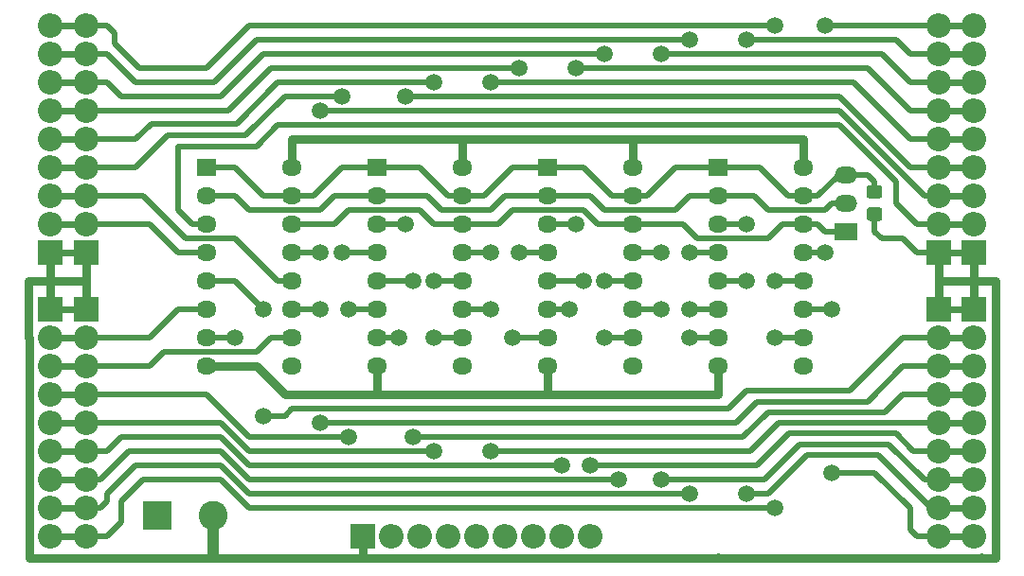
<source format=gbr>
%TF.GenerationSoftware,KiCad,Pcbnew,(5.1.8)-1*%
%TF.CreationDate,2022-10-09T15:02:05+03:00*%
%TF.ProjectId,MUX4x1,4d555834-7831-42e6-9b69-6361645f7063,rev?*%
%TF.SameCoordinates,Original*%
%TF.FileFunction,Copper,L2,Bot*%
%TF.FilePolarity,Positive*%
%FSLAX46Y46*%
G04 Gerber Fmt 4.6, Leading zero omitted, Abs format (unit mm)*
G04 Created by KiCad (PCBNEW (5.1.8)-1) date 2022-10-09 15:02:05*
%MOMM*%
%LPD*%
G01*
G04 APERTURE LIST*
%TA.AperFunction,ComponentPad*%
%ADD10O,2.200000X2.200000*%
%TD*%
%TA.AperFunction,ComponentPad*%
%ADD11R,2.200000X2.200000*%
%TD*%
%TA.AperFunction,ComponentPad*%
%ADD12O,1.800000X1.500000*%
%TD*%
%TA.AperFunction,ComponentPad*%
%ADD13R,1.800000X1.500000*%
%TD*%
%TA.AperFunction,ComponentPad*%
%ADD14O,2.000000X1.500000*%
%TD*%
%TA.AperFunction,ComponentPad*%
%ADD15R,2.000000X1.500000*%
%TD*%
%TA.AperFunction,ComponentPad*%
%ADD16R,2.600000X2.600000*%
%TD*%
%TA.AperFunction,ComponentPad*%
%ADD17C,2.600000*%
%TD*%
%TA.AperFunction,ViaPad*%
%ADD18C,1.500000*%
%TD*%
%TA.AperFunction,Conductor*%
%ADD19C,0.800000*%
%TD*%
%TA.AperFunction,Conductor*%
%ADD20C,0.500000*%
%TD*%
%TA.AperFunction,Conductor*%
%ADD21C,0.600000*%
%TD*%
%TA.AperFunction,Conductor*%
%ADD22C,1.000000*%
%TD*%
G04 APERTURE END LIST*
D10*
%TO.P,J11,9*%
%TO.N,/D7*%
X156210000Y-60960000D03*
%TO.P,J11,8*%
%TO.N,/D6*%
X156210000Y-63500000D03*
%TO.P,J11,7*%
%TO.N,/D5*%
X156210000Y-66040000D03*
%TO.P,J11,6*%
%TO.N,/D4*%
X156210000Y-68580000D03*
%TO.P,J11,5*%
%TO.N,/D3*%
X156210000Y-71120000D03*
%TO.P,J11,4*%
%TO.N,/D2*%
X156210000Y-73660000D03*
%TO.P,J11,3*%
%TO.N,/D1*%
X156210000Y-76200000D03*
%TO.P,J11,2*%
%TO.N,/D0*%
X156210000Y-78740000D03*
D11*
%TO.P,J11,1*%
%TO.N,GND*%
X156210000Y-81280000D03*
%TD*%
D10*
%TO.P,J10,9*%
%TO.N,/C7*%
X73660000Y-60960000D03*
%TO.P,J10,8*%
%TO.N,/C6*%
X73660000Y-63500000D03*
%TO.P,J10,7*%
%TO.N,/C5*%
X73660000Y-66040000D03*
%TO.P,J10,6*%
%TO.N,/C4*%
X73660000Y-68580000D03*
%TO.P,J10,5*%
%TO.N,/C3*%
X73660000Y-71120000D03*
%TO.P,J10,4*%
%TO.N,/C2*%
X73660000Y-73660000D03*
%TO.P,J10,3*%
%TO.N,/C1*%
X73660000Y-76200000D03*
%TO.P,J10,2*%
%TO.N,/C0*%
X73660000Y-78740000D03*
D11*
%TO.P,J10,1*%
%TO.N,GND*%
X73660000Y-81280000D03*
%TD*%
D10*
%TO.P,J9,9*%
%TO.N,/B7*%
X156210000Y-106680000D03*
%TO.P,J9,8*%
%TO.N,/B6*%
X156210000Y-104140000D03*
%TO.P,J9,7*%
%TO.N,/B5*%
X156210000Y-101600000D03*
%TO.P,J9,6*%
%TO.N,/B4*%
X156210000Y-99060000D03*
%TO.P,J9,5*%
%TO.N,/B3*%
X156210000Y-96520000D03*
%TO.P,J9,4*%
%TO.N,/B2*%
X156210000Y-93980000D03*
%TO.P,J9,3*%
%TO.N,/B1*%
X156210000Y-91440000D03*
%TO.P,J9,2*%
%TO.N,/B0*%
X156210000Y-88900000D03*
D11*
%TO.P,J9,1*%
%TO.N,GND*%
X156210000Y-86360000D03*
%TD*%
D10*
%TO.P,J8,9*%
%TO.N,/A7*%
X73660000Y-106680000D03*
%TO.P,J8,8*%
%TO.N,/A6*%
X73660000Y-104140000D03*
%TO.P,J8,7*%
%TO.N,/A5*%
X73660000Y-101600000D03*
%TO.P,J8,6*%
%TO.N,/A4*%
X73660000Y-99060000D03*
%TO.P,J8,5*%
%TO.N,/A3*%
X73660000Y-96520000D03*
%TO.P,J8,4*%
%TO.N,/A2*%
X73660000Y-93980000D03*
%TO.P,J8,3*%
%TO.N,/A1*%
X73660000Y-91440000D03*
%TO.P,J8,2*%
%TO.N,/A0*%
X73660000Y-88900000D03*
D11*
%TO.P,J8,1*%
%TO.N,GND*%
X73660000Y-86360000D03*
%TD*%
D12*
%TO.P,U2,16*%
%TO.N,VCC*%
X110490000Y-73660000D03*
%TO.P,U2,8*%
%TO.N,GND*%
X102870000Y-91440000D03*
%TO.P,U2,15*%
%TO.N,/~E*%
X110490000Y-76200000D03*
%TO.P,U2,7*%
%TO.N,/O2*%
X102870000Y-88900000D03*
%TO.P,U2,14*%
%TO.N,/S0*%
X110490000Y-78740000D03*
%TO.P,U2,6*%
%TO.N,/A2*%
X102870000Y-86360000D03*
%TO.P,U2,13*%
%TO.N,/D3*%
X110490000Y-81280000D03*
%TO.P,U2,5*%
%TO.N,/B2*%
X102870000Y-83820000D03*
%TO.P,U2,12*%
%TO.N,/C3*%
X110490000Y-83820000D03*
%TO.P,U2,4*%
%TO.N,/C2*%
X102870000Y-81280000D03*
%TO.P,U2,11*%
%TO.N,/B3*%
X110490000Y-86360000D03*
%TO.P,U2,3*%
%TO.N,/D2*%
X102870000Y-78740000D03*
%TO.P,U2,10*%
%TO.N,/A3*%
X110490000Y-88900000D03*
%TO.P,U2,2*%
%TO.N,/S1*%
X102870000Y-76200000D03*
%TO.P,U2,9*%
%TO.N,/O3*%
X110490000Y-91440000D03*
D13*
%TO.P,U2,1*%
%TO.N,/~E*%
X102870000Y-73660000D03*
%TD*%
%TO.P,R1,2*%
%TO.N,GND*%
%TA.AperFunction,SMDPad,CuDef*%
G36*
G01*
X146869999Y-77235000D02*
X147770001Y-77235000D01*
G75*
G02*
X148020000Y-77484999I0J-249999D01*
G01*
X148020000Y-78185001D01*
G75*
G02*
X147770001Y-78435000I-249999J0D01*
G01*
X146869999Y-78435000D01*
G75*
G02*
X146620000Y-78185001I0J249999D01*
G01*
X146620000Y-77484999D01*
G75*
G02*
X146869999Y-77235000I249999J0D01*
G01*
G37*
%TD.AperFunction*%
%TO.P,R1,1*%
%TO.N,/~E*%
%TA.AperFunction,SMDPad,CuDef*%
G36*
G01*
X146869999Y-75235000D02*
X147770001Y-75235000D01*
G75*
G02*
X148020000Y-75484999I0J-249999D01*
G01*
X148020000Y-76185001D01*
G75*
G02*
X147770001Y-76435000I-249999J0D01*
G01*
X146869999Y-76435000D01*
G75*
G02*
X146620000Y-76185001I0J249999D01*
G01*
X146620000Y-75484999D01*
G75*
G02*
X146869999Y-75235000I249999J0D01*
G01*
G37*
%TD.AperFunction*%
%TD*%
D14*
%TO.P,J7,3*%
%TO.N,/~E*%
X144780000Y-74295000D03*
%TO.P,J7,2*%
%TO.N,/S1*%
X144780000Y-76835000D03*
D15*
%TO.P,J7,1*%
%TO.N,/S0*%
X144780000Y-79375000D03*
%TD*%
D16*
%TO.P,J1,1*%
%TO.N,VCC*%
X83185000Y-104775000D03*
D17*
%TO.P,J1,2*%
%TO.N,GND*%
X88185000Y-104775000D03*
%TD*%
D11*
%TO.P,J2,1*%
%TO.N,GND*%
X76835000Y-86360000D03*
D10*
%TO.P,J2,2*%
%TO.N,/A0*%
X76835000Y-88900000D03*
%TO.P,J2,3*%
%TO.N,/A1*%
X76835000Y-91440000D03*
%TO.P,J2,4*%
%TO.N,/A2*%
X76835000Y-93980000D03*
%TO.P,J2,5*%
%TO.N,/A3*%
X76835000Y-96520000D03*
%TO.P,J2,6*%
%TO.N,/A4*%
X76835000Y-99060000D03*
%TO.P,J2,7*%
%TO.N,/A5*%
X76835000Y-101600000D03*
%TO.P,J2,8*%
%TO.N,/A6*%
X76835000Y-104140000D03*
%TO.P,J2,9*%
%TO.N,/A7*%
X76835000Y-106680000D03*
%TD*%
%TO.P,J3,9*%
%TO.N,/B7*%
X153035000Y-106680000D03*
%TO.P,J3,8*%
%TO.N,/B6*%
X153035000Y-104140000D03*
%TO.P,J3,7*%
%TO.N,/B5*%
X153035000Y-101600000D03*
%TO.P,J3,6*%
%TO.N,/B4*%
X153035000Y-99060000D03*
%TO.P,J3,5*%
%TO.N,/B3*%
X153035000Y-96520000D03*
%TO.P,J3,4*%
%TO.N,/B2*%
X153035000Y-93980000D03*
%TO.P,J3,3*%
%TO.N,/B1*%
X153035000Y-91440000D03*
%TO.P,J3,2*%
%TO.N,/B0*%
X153035000Y-88900000D03*
D11*
%TO.P,J3,1*%
%TO.N,GND*%
X153035000Y-86360000D03*
%TD*%
%TO.P,J4,1*%
%TO.N,GND*%
X76835000Y-81280000D03*
D10*
%TO.P,J4,2*%
%TO.N,/C0*%
X76835000Y-78740000D03*
%TO.P,J4,3*%
%TO.N,/C1*%
X76835000Y-76200000D03*
%TO.P,J4,4*%
%TO.N,/C2*%
X76835000Y-73660000D03*
%TO.P,J4,5*%
%TO.N,/C3*%
X76835000Y-71120000D03*
%TO.P,J4,6*%
%TO.N,/C4*%
X76835000Y-68580000D03*
%TO.P,J4,7*%
%TO.N,/C5*%
X76835000Y-66040000D03*
%TO.P,J4,8*%
%TO.N,/C6*%
X76835000Y-63500000D03*
%TO.P,J4,9*%
%TO.N,/C7*%
X76835000Y-60960000D03*
%TD*%
%TO.P,J5,9*%
%TO.N,/D7*%
X153035000Y-60960000D03*
%TO.P,J5,8*%
%TO.N,/D6*%
X153035000Y-63500000D03*
%TO.P,J5,7*%
%TO.N,/D5*%
X153035000Y-66040000D03*
%TO.P,J5,6*%
%TO.N,/D4*%
X153035000Y-68580000D03*
%TO.P,J5,5*%
%TO.N,/D3*%
X153035000Y-71120000D03*
%TO.P,J5,4*%
%TO.N,/D2*%
X153035000Y-73660000D03*
%TO.P,J5,3*%
%TO.N,/D1*%
X153035000Y-76200000D03*
%TO.P,J5,2*%
%TO.N,/D0*%
X153035000Y-78740000D03*
D11*
%TO.P,J5,1*%
%TO.N,GND*%
X153035000Y-81280000D03*
%TD*%
%TO.P,J6,1*%
%TO.N,GND*%
X101600000Y-106680000D03*
D10*
%TO.P,J6,2*%
%TO.N,/O0*%
X104140000Y-106680000D03*
%TO.P,J6,3*%
%TO.N,/O1*%
X106680000Y-106680000D03*
%TO.P,J6,4*%
%TO.N,/O2*%
X109220000Y-106680000D03*
%TO.P,J6,5*%
%TO.N,/O3*%
X111760000Y-106680000D03*
%TO.P,J6,6*%
%TO.N,/O4*%
X114300000Y-106680000D03*
%TO.P,J6,7*%
%TO.N,/O5*%
X116840000Y-106680000D03*
%TO.P,J6,8*%
%TO.N,/O6*%
X119380000Y-106680000D03*
%TO.P,J6,9*%
%TO.N,/O7*%
X121920000Y-106680000D03*
%TD*%
D13*
%TO.P,U1,1*%
%TO.N,/~E*%
X87630000Y-73660000D03*
D12*
%TO.P,U1,9*%
%TO.N,/O1*%
X95250000Y-91440000D03*
%TO.P,U1,2*%
%TO.N,/S1*%
X87630000Y-76200000D03*
%TO.P,U1,10*%
%TO.N,/A1*%
X95250000Y-88900000D03*
%TO.P,U1,3*%
%TO.N,/D0*%
X87630000Y-78740000D03*
%TO.P,U1,11*%
%TO.N,/B1*%
X95250000Y-86360000D03*
%TO.P,U1,4*%
%TO.N,/C0*%
X87630000Y-81280000D03*
%TO.P,U1,12*%
%TO.N,/C1*%
X95250000Y-83820000D03*
%TO.P,U1,5*%
%TO.N,/B0*%
X87630000Y-83820000D03*
%TO.P,U1,13*%
%TO.N,/D1*%
X95250000Y-81280000D03*
%TO.P,U1,6*%
%TO.N,/A0*%
X87630000Y-86360000D03*
%TO.P,U1,14*%
%TO.N,/S0*%
X95250000Y-78740000D03*
%TO.P,U1,7*%
%TO.N,/O0*%
X87630000Y-88900000D03*
%TO.P,U1,15*%
%TO.N,/~E*%
X95250000Y-76200000D03*
%TO.P,U1,8*%
%TO.N,GND*%
X87630000Y-91440000D03*
%TO.P,U1,16*%
%TO.N,VCC*%
X95250000Y-73660000D03*
%TD*%
D13*
%TO.P,U3,1*%
%TO.N,/~E*%
X118110000Y-73660000D03*
D12*
%TO.P,U3,9*%
%TO.N,/O5*%
X125730000Y-91440000D03*
%TO.P,U3,2*%
%TO.N,/S1*%
X118110000Y-76200000D03*
%TO.P,U3,10*%
%TO.N,/A5*%
X125730000Y-88900000D03*
%TO.P,U3,3*%
%TO.N,/D4*%
X118110000Y-78740000D03*
%TO.P,U3,11*%
%TO.N,/B5*%
X125730000Y-86360000D03*
%TO.P,U3,4*%
%TO.N,/C4*%
X118110000Y-81280000D03*
%TO.P,U3,12*%
%TO.N,/C5*%
X125730000Y-83820000D03*
%TO.P,U3,5*%
%TO.N,/B4*%
X118110000Y-83820000D03*
%TO.P,U3,13*%
%TO.N,/D5*%
X125730000Y-81280000D03*
%TO.P,U3,6*%
%TO.N,/A4*%
X118110000Y-86360000D03*
%TO.P,U3,14*%
%TO.N,/S0*%
X125730000Y-78740000D03*
%TO.P,U3,7*%
%TO.N,/O4*%
X118110000Y-88900000D03*
%TO.P,U3,15*%
%TO.N,/~E*%
X125730000Y-76200000D03*
%TO.P,U3,8*%
%TO.N,GND*%
X118110000Y-91440000D03*
%TO.P,U3,16*%
%TO.N,VCC*%
X125730000Y-73660000D03*
%TD*%
%TO.P,U4,16*%
%TO.N,VCC*%
X140970000Y-73660000D03*
%TO.P,U4,8*%
%TO.N,GND*%
X133350000Y-91440000D03*
%TO.P,U4,15*%
%TO.N,/~E*%
X140970000Y-76200000D03*
%TO.P,U4,7*%
%TO.N,/O6*%
X133350000Y-88900000D03*
%TO.P,U4,14*%
%TO.N,/S0*%
X140970000Y-78740000D03*
%TO.P,U4,6*%
%TO.N,/A6*%
X133350000Y-86360000D03*
%TO.P,U4,13*%
%TO.N,/D7*%
X140970000Y-81280000D03*
%TO.P,U4,5*%
%TO.N,/B6*%
X133350000Y-83820000D03*
%TO.P,U4,12*%
%TO.N,/C7*%
X140970000Y-83820000D03*
%TO.P,U4,4*%
%TO.N,/C6*%
X133350000Y-81280000D03*
%TO.P,U4,11*%
%TO.N,/B7*%
X140970000Y-86360000D03*
%TO.P,U4,3*%
%TO.N,/D6*%
X133350000Y-78740000D03*
%TO.P,U4,10*%
%TO.N,/A7*%
X140970000Y-88900000D03*
%TO.P,U4,2*%
%TO.N,/S1*%
X133350000Y-76200000D03*
%TO.P,U4,9*%
%TO.N,/O7*%
X140970000Y-91440000D03*
D13*
%TO.P,U4,1*%
%TO.N,/~E*%
X133350000Y-73660000D03*
%TD*%
D18*
%TO.N,/A2*%
X100330000Y-97790000D03*
X100330000Y-86360000D03*
%TO.N,/A3*%
X107950000Y-99060000D03*
X107950000Y-88900000D03*
%TO.N,/A4*%
X119380000Y-100330000D03*
X120015000Y-86360000D03*
%TO.N,/A5*%
X124460000Y-101600000D03*
X123190000Y-88900000D03*
%TO.N,/A6*%
X130810000Y-102870000D03*
X130810000Y-86360000D03*
%TO.N,/A7*%
X138430000Y-104140000D03*
X138430000Y-88900000D03*
%TO.N,/B7*%
X143510000Y-100965000D03*
X143510000Y-86360000D03*
%TO.N,/B6*%
X135890000Y-102870000D03*
X135890000Y-83820000D03*
%TO.N,/B5*%
X128270000Y-101600000D03*
X128270000Y-86360000D03*
%TO.N,/B4*%
X121920000Y-100330000D03*
X121285000Y-83820000D03*
%TO.N,/B3*%
X113030000Y-99060000D03*
X113030000Y-86360000D03*
%TO.N,/B2*%
X106045000Y-97790000D03*
X106045000Y-83820000D03*
%TO.N,/B1*%
X97790000Y-96520000D03*
X97790000Y-86360000D03*
%TO.N,/B0*%
X92710000Y-95885000D03*
X92710000Y-86360000D03*
%TO.N,/C2*%
X99695000Y-67310000D03*
X99695000Y-81280000D03*
%TO.N,/C3*%
X107950000Y-66040000D03*
X107950000Y-83820000D03*
%TO.N,/C4*%
X115570000Y-64770000D03*
X115570000Y-81280000D03*
%TO.N,/C5*%
X123190000Y-63500000D03*
X123190000Y-83820000D03*
%TO.N,/C6*%
X130810000Y-62230000D03*
X130810000Y-81280000D03*
%TO.N,/C7*%
X138430000Y-60960000D03*
X138430000Y-83820000D03*
%TO.N,/D7*%
X142875000Y-60960000D03*
X142875000Y-81280000D03*
%TO.N,/D6*%
X135890000Y-62230000D03*
X135890000Y-78740000D03*
%TO.N,/D5*%
X128270000Y-63500000D03*
X128270000Y-81280000D03*
%TO.N,/D4*%
X120650000Y-64770000D03*
X120650000Y-78740000D03*
%TO.N,/D3*%
X113030000Y-66040000D03*
X113030000Y-81280000D03*
%TO.N,/D2*%
X105410000Y-67310000D03*
X105410000Y-78740000D03*
%TO.N,/D1*%
X97790000Y-68580000D03*
X97790000Y-81280000D03*
%TO.N,/O0*%
X90170000Y-88900000D03*
%TO.N,/O2*%
X104775000Y-88900000D03*
%TO.N,/O4*%
X114935000Y-88900000D03*
%TO.N,/O6*%
X130810000Y-88900000D03*
%TD*%
D19*
%TO.N,VCC*%
X110490000Y-71120000D02*
X110490000Y-73660000D01*
X95250000Y-73660000D02*
X95250000Y-71120000D01*
X95250000Y-71120000D02*
X110490000Y-71120000D01*
X125730000Y-71120000D02*
X125730000Y-73660000D01*
X125730000Y-71120000D02*
X140970000Y-71120000D01*
X140970000Y-71120000D02*
X140970000Y-73660000D01*
X110490000Y-71120000D02*
X116840000Y-71120000D01*
X116840000Y-71120000D02*
X125730000Y-71120000D01*
%TO.N,GND*%
X76835000Y-83820000D02*
X76835000Y-86360000D01*
X76835000Y-81280000D02*
X76835000Y-83820000D01*
X153035000Y-83820000D02*
X153035000Y-86360000D01*
X156835000Y-108575000D02*
X156845000Y-108565000D01*
X153035000Y-81280000D02*
X153035000Y-83820000D01*
X133350000Y-108565000D02*
X133340000Y-108575000D01*
X133340000Y-108575000D02*
X156835000Y-108575000D01*
X130165000Y-108575000D02*
X133340000Y-108575000D01*
X105400000Y-108575000D02*
X130165000Y-108575000D01*
X133350000Y-91440000D02*
X133350000Y-93980000D01*
X102870000Y-91440000D02*
X102870000Y-93980000D01*
X118110000Y-91440000D02*
X118110000Y-93980000D01*
X118110000Y-93980000D02*
X133350000Y-93980000D01*
X102870000Y-93980000D02*
X118110000Y-93980000D01*
D20*
X105410000Y-108565000D02*
X105400000Y-108575000D01*
D19*
X101600000Y-106680000D02*
X101600000Y-108565000D01*
D20*
X147320000Y-77835000D02*
X147320000Y-79375000D01*
D21*
X153035000Y-81280000D02*
X156210000Y-81280000D01*
X153035000Y-86360000D02*
X156210000Y-86360000D01*
X73660000Y-86360000D02*
X76835000Y-86360000D01*
X73660000Y-81280000D02*
X76835000Y-81280000D01*
D19*
X153035000Y-83820000D02*
X156210000Y-83820000D01*
X156210000Y-83820000D02*
X156210000Y-86360000D01*
X156210000Y-81280000D02*
X156210000Y-83820000D01*
X156845000Y-108585000D02*
X156835000Y-108575000D01*
X158115000Y-108585000D02*
X156845000Y-108585000D01*
X158115000Y-83820000D02*
X158115000Y-108585000D01*
X156210000Y-83820000D02*
X158115000Y-83820000D01*
X73660000Y-81280000D02*
X73660000Y-86360000D01*
X102880000Y-108575000D02*
X105400000Y-108575000D01*
X73015000Y-108575000D02*
X102880000Y-108575000D01*
X72995010Y-108594990D02*
X73015000Y-108575000D01*
X71755000Y-108594990D02*
X72995010Y-108594990D01*
X71755000Y-88900000D02*
X71755000Y-108594990D01*
X71745010Y-88890010D02*
X71755000Y-88900000D01*
X71745010Y-83820000D02*
X71745010Y-88890010D01*
X76835000Y-83820000D02*
X71745010Y-83820000D01*
D20*
X147955000Y-80010000D02*
X149860000Y-80010000D01*
X149860000Y-80010000D02*
X151130000Y-81280000D01*
X151130000Y-81280000D02*
X153670000Y-81280000D01*
X147320000Y-79375000D02*
X147955000Y-80010000D01*
D22*
X88185000Y-108424990D02*
X88255000Y-108494990D01*
X88185000Y-104775000D02*
X88185000Y-108424990D01*
D19*
X94615000Y-93980000D02*
X102870000Y-93980000D01*
X92075000Y-91440000D02*
X94615000Y-93980000D01*
X87630000Y-91440000D02*
X92075000Y-91440000D01*
D20*
%TO.N,/A0*%
X85090000Y-86360000D02*
X87630000Y-86360000D01*
X82550000Y-88900000D02*
X85090000Y-86360000D01*
X76200000Y-88900000D02*
X82550000Y-88900000D01*
D21*
X73660000Y-88900000D02*
X76835000Y-88900000D01*
%TO.N,/A1*%
X73660000Y-91440000D02*
X76835000Y-91440000D01*
D20*
X93345000Y-88900000D02*
X95250000Y-88900000D01*
X92075000Y-90170000D02*
X93345000Y-88900000D01*
X83820000Y-90170000D02*
X92075000Y-90170000D01*
X82550000Y-91440000D02*
X83820000Y-90170000D01*
X76200000Y-91440000D02*
X82550000Y-91440000D01*
%TO.N,/A2*%
X102870000Y-86360000D02*
X100330000Y-86360000D01*
D21*
X73660000Y-93980000D02*
X76835000Y-93980000D01*
D20*
X91440000Y-97790000D02*
X100330000Y-97790000D01*
X87630000Y-93980000D02*
X91440000Y-97790000D01*
X76200000Y-93980000D02*
X87630000Y-93980000D01*
%TO.N,/A3*%
X110490000Y-88900000D02*
X107950000Y-88900000D01*
D21*
X73660000Y-96520000D02*
X76835000Y-96520000D01*
D20*
X91440000Y-99060000D02*
X107950000Y-99060000D01*
X88900000Y-96520000D02*
X91440000Y-99060000D01*
X76200000Y-96520000D02*
X88900000Y-96520000D01*
D21*
%TO.N,/A4*%
X73660000Y-99060000D02*
X76835000Y-99060000D01*
D20*
X118110000Y-86360000D02*
X120015000Y-86360000D01*
X78740000Y-99060000D02*
X76200000Y-99060000D01*
X80010000Y-97790000D02*
X78740000Y-99060000D01*
X88900000Y-97790000D02*
X80010000Y-97790000D01*
X91440000Y-100330000D02*
X88900000Y-97790000D01*
X119380000Y-100330000D02*
X91440000Y-100330000D01*
%TO.N,/A5*%
X125730000Y-88900000D02*
X123190000Y-88900000D01*
D21*
X73660000Y-101600000D02*
X76835000Y-101600000D01*
D20*
X78105000Y-101600000D02*
X76200000Y-101600000D01*
X80645000Y-99060000D02*
X78105000Y-101600000D01*
X88900000Y-99060000D02*
X80645000Y-99060000D01*
X91440000Y-101600000D02*
X88900000Y-99060000D01*
X124460000Y-101600000D02*
X91440000Y-101600000D01*
D21*
%TO.N,/A6*%
X73660000Y-104140000D02*
X76835000Y-104140000D01*
D20*
X130810000Y-86360000D02*
X133350000Y-86360000D01*
X81280000Y-100330000D02*
X78740000Y-102870000D01*
X88900000Y-100330000D02*
X81280000Y-100330000D01*
X91440000Y-102870000D02*
X88900000Y-100330000D01*
X130810000Y-102870000D02*
X91440000Y-102870000D01*
X78740000Y-103505000D02*
X78105000Y-104140000D01*
X78740000Y-102870000D02*
X78740000Y-103505000D01*
X78105000Y-104140000D02*
X76200000Y-104140000D01*
%TO.N,/A7*%
X140970000Y-88900000D02*
X138430000Y-88900000D01*
X96520000Y-104140000D02*
X138430000Y-104140000D01*
D21*
X73660000Y-106680000D02*
X76835000Y-106680000D01*
D20*
X76835000Y-106680000D02*
X78740000Y-106680000D01*
X78740000Y-106680000D02*
X80010000Y-105410000D01*
X80010000Y-105410000D02*
X80010000Y-103505000D01*
X80010000Y-103505000D02*
X81915000Y-101600000D01*
X81915000Y-101600000D02*
X88900000Y-101600000D01*
X88900000Y-101600000D02*
X91440000Y-104140000D01*
X91440000Y-104140000D02*
X96520000Y-104140000D01*
%TO.N,/B7*%
X140970000Y-86360000D02*
X143510000Y-86360000D01*
D21*
X153035000Y-106680000D02*
X156210000Y-106680000D01*
D20*
X143510000Y-100965000D02*
X147320000Y-100965000D01*
X147320000Y-100965000D02*
X150495000Y-104140000D01*
X150495000Y-106045000D02*
X151130000Y-106680000D01*
X150495000Y-104140000D02*
X150495000Y-106045000D01*
X153670000Y-106680000D02*
X151130000Y-106680000D01*
%TO.N,/B6*%
X133350000Y-83820000D02*
X135890000Y-83820000D01*
D21*
X153035000Y-104140000D02*
X156210000Y-104140000D01*
D20*
X146050000Y-99377500D02*
X141287500Y-99377500D01*
X141287500Y-99377500D02*
X137795000Y-102870000D01*
X135890000Y-102870000D02*
X137795000Y-102870000D01*
X146050000Y-99377500D02*
X147637500Y-99377500D01*
X152400000Y-104140000D02*
X153035000Y-104140000D01*
X147637500Y-99377500D02*
X152400000Y-104140000D01*
%TO.N,/B5*%
X125730000Y-86360000D02*
X128270000Y-86360000D01*
D21*
X153035000Y-101600000D02*
X156210000Y-101600000D01*
D20*
X151765000Y-101600000D02*
X153670000Y-101600000D01*
X140652500Y-98425000D02*
X148590000Y-98425000D01*
X137477500Y-101600000D02*
X140652500Y-98425000D01*
X148590000Y-98425000D02*
X151765000Y-101600000D01*
X128270000Y-101600000D02*
X137477500Y-101600000D01*
D21*
%TO.N,/B4*%
X153035000Y-99060000D02*
X156210000Y-99060000D01*
D20*
X118110000Y-83820000D02*
X121285000Y-83820000D01*
X136842500Y-100330000D02*
X121920000Y-100330000D01*
X139700000Y-97472500D02*
X136842500Y-100330000D01*
X149225000Y-97472500D02*
X139700000Y-97472500D01*
X150812500Y-99060000D02*
X149225000Y-97472500D01*
X153670000Y-99060000D02*
X150812500Y-99060000D01*
%TO.N,/B3*%
X110490000Y-86360000D02*
X113030000Y-86360000D01*
D21*
X153035000Y-96520000D02*
X156210000Y-96520000D01*
D20*
X136207500Y-99060000D02*
X113030000Y-99060000D01*
X138747500Y-96520000D02*
X136207500Y-99060000D01*
X153670000Y-96520000D02*
X138747500Y-96520000D01*
D21*
%TO.N,/B2*%
X153035000Y-93980000D02*
X156210000Y-93980000D01*
D20*
X149860000Y-93980000D02*
X153670000Y-93980000D01*
X102870000Y-83820000D02*
X106045000Y-83820000D01*
X137795000Y-95567500D02*
X135572500Y-97790000D01*
X148272500Y-95567500D02*
X137795000Y-95567500D01*
X106045000Y-97790000D02*
X135572500Y-97790000D01*
X148272500Y-95567500D02*
X149860000Y-93980000D01*
%TO.N,/B1*%
X97790000Y-86360000D02*
X95250000Y-86360000D01*
D21*
X153035000Y-91440000D02*
X156210000Y-91440000D01*
D20*
X149860000Y-91440000D02*
X153670000Y-91440000D01*
X136842500Y-94615000D02*
X134937500Y-96520000D01*
X146685000Y-94615000D02*
X136842500Y-94615000D01*
X97790000Y-96520000D02*
X134937500Y-96520000D01*
X146685000Y-94615000D02*
X149860000Y-91440000D01*
D21*
%TO.N,/B0*%
X153035000Y-88900000D02*
X156210000Y-88900000D01*
D20*
X94615000Y-95885000D02*
X92710000Y-95885000D01*
X95250000Y-95250000D02*
X94615000Y-95885000D01*
X153670000Y-88900000D02*
X149860000Y-88900000D01*
X92710000Y-86360000D02*
X90170000Y-83820000D01*
X90170000Y-83820000D02*
X87630000Y-83820000D01*
X135890000Y-93662500D02*
X134302500Y-95250000D01*
X145097500Y-93662500D02*
X135890000Y-93662500D01*
X134302500Y-95250000D02*
X95250000Y-95250000D01*
X149860000Y-88900000D02*
X145097500Y-93662500D01*
%TO.N,/C0*%
X85090000Y-81280000D02*
X87630000Y-81280000D01*
X82550000Y-78740000D02*
X85090000Y-81280000D01*
X76200000Y-78740000D02*
X82550000Y-78740000D01*
D21*
X73660000Y-78740000D02*
X76835000Y-78740000D01*
D20*
%TO.N,/C1*%
X81915000Y-76200000D02*
X76200000Y-76200000D01*
X85725000Y-80010000D02*
X81915000Y-76200000D01*
X90170000Y-80010000D02*
X85725000Y-80010000D01*
X93980000Y-83820000D02*
X90170000Y-80010000D01*
X95250000Y-83820000D02*
X93980000Y-83820000D01*
D21*
X73660000Y-76200000D02*
X76835000Y-76200000D01*
D20*
%TO.N,/C2*%
X99695000Y-81280000D02*
X102870000Y-81280000D01*
D21*
X73660000Y-73660000D02*
X76835000Y-73660000D01*
D20*
X91122500Y-70802500D02*
X94615000Y-67310000D01*
X84137500Y-70802500D02*
X91122500Y-70802500D01*
X81280000Y-73660000D02*
X84137500Y-70802500D01*
X94615000Y-67310000D02*
X99695000Y-67310000D01*
X76200000Y-73660000D02*
X81280000Y-73660000D01*
%TO.N,/C3*%
X107950000Y-83820000D02*
X110490000Y-83820000D01*
D21*
X73660000Y-71120000D02*
X76835000Y-71120000D01*
D20*
X93980000Y-66040000D02*
X107950000Y-66040000D01*
X90297000Y-69723000D02*
X93980000Y-66040000D01*
X82677000Y-69723000D02*
X90297000Y-69723000D01*
X81280000Y-71120000D02*
X82677000Y-69723000D01*
X76200000Y-71120000D02*
X81280000Y-71120000D01*
%TO.N,/C4*%
X118110000Y-81280000D02*
X115570000Y-81280000D01*
D21*
X76835000Y-68580000D02*
X73660000Y-68580000D01*
D20*
X93345000Y-64770000D02*
X115570000Y-64770000D01*
X89535000Y-68580000D02*
X93345000Y-64770000D01*
X76200000Y-68580000D02*
X89535000Y-68580000D01*
%TO.N,/C5*%
X125730000Y-83820000D02*
X123190000Y-83820000D01*
D21*
X73660000Y-66040000D02*
X76835000Y-66040000D01*
D20*
X78740000Y-66040000D02*
X76200000Y-66040000D01*
X80010000Y-67310000D02*
X78740000Y-66040000D01*
X88900000Y-67310000D02*
X80010000Y-67310000D01*
X92710000Y-63500000D02*
X88900000Y-67310000D01*
X123190000Y-63500000D02*
X92710000Y-63500000D01*
%TO.N,/C6*%
X133350000Y-81280000D02*
X130810000Y-81280000D01*
D21*
X73660000Y-63500000D02*
X76835000Y-63500000D01*
D20*
X78740000Y-63500000D02*
X76200000Y-63500000D01*
X81280000Y-66040000D02*
X78740000Y-63500000D01*
X88265000Y-66040000D02*
X81280000Y-66040000D01*
X92075000Y-62230000D02*
X88265000Y-66040000D01*
X130810000Y-62230000D02*
X92075000Y-62230000D01*
%TO.N,/C7*%
X140970000Y-83820000D02*
X138430000Y-83820000D01*
D21*
X73660000Y-60960000D02*
X76835000Y-60960000D01*
D20*
X78740000Y-60960000D02*
X76200000Y-60960000D01*
X79375000Y-61595000D02*
X78740000Y-60960000D01*
X79375000Y-62547500D02*
X79375000Y-61595000D01*
X81597500Y-64770000D02*
X79375000Y-62547500D01*
X87630000Y-64770000D02*
X81597500Y-64770000D01*
X91440000Y-60960000D02*
X87630000Y-64770000D01*
X138430000Y-60960000D02*
X91440000Y-60960000D01*
%TO.N,/D7*%
X153670000Y-60960000D02*
X142875000Y-60960000D01*
D21*
X153035000Y-60960000D02*
X156210000Y-60960000D01*
D20*
X140970000Y-81280000D02*
X142875000Y-81280000D01*
%TO.N,/D6*%
X133350000Y-78740000D02*
X135890000Y-78740000D01*
D21*
X153035000Y-63500000D02*
X156210000Y-63500000D01*
D20*
X150495000Y-63500000D02*
X153670000Y-63500000D01*
X149225000Y-62230000D02*
X150495000Y-63500000D01*
X135890000Y-62230000D02*
X149225000Y-62230000D01*
%TO.N,/D5*%
X125730000Y-81280000D02*
X128270000Y-81280000D01*
D21*
X153035000Y-66040000D02*
X156210000Y-66040000D01*
D20*
X150495000Y-66040000D02*
X153670000Y-66040000D01*
X147955000Y-63500000D02*
X150495000Y-66040000D01*
X128270000Y-63500000D02*
X147955000Y-63500000D01*
%TO.N,/D4*%
X118110000Y-78740000D02*
X120650000Y-78740000D01*
D21*
X153035000Y-68580000D02*
X156210000Y-68580000D01*
D20*
X150495000Y-68580000D02*
X153670000Y-68580000D01*
X146685000Y-64770000D02*
X150495000Y-68580000D01*
X120650000Y-64770000D02*
X146685000Y-64770000D01*
%TO.N,/D3*%
X110490000Y-81280000D02*
X113030000Y-81280000D01*
D21*
X153035000Y-71120000D02*
X156210000Y-71120000D01*
D20*
X150495000Y-71120000D02*
X153670000Y-71120000D01*
X145415000Y-66040000D02*
X150495000Y-71120000D01*
X113030000Y-66040000D02*
X145415000Y-66040000D01*
%TO.N,/D2*%
X153670000Y-73660000D02*
X150495000Y-73660000D01*
X150495000Y-73660000D02*
X144145000Y-67310000D01*
X144145000Y-67310000D02*
X128270000Y-67310000D01*
X128270000Y-67310000D02*
X122555000Y-67310000D01*
X122555000Y-67310000D02*
X105410000Y-67310000D01*
X105410000Y-78740000D02*
X102870000Y-78740000D01*
D21*
X153035000Y-73660000D02*
X156210000Y-73660000D01*
%TO.N,/D1*%
X153035000Y-76200000D02*
X156210000Y-76200000D01*
D20*
X151765000Y-76200000D02*
X153670000Y-76200000D01*
X144145000Y-68580000D02*
X151765000Y-76200000D01*
X97790000Y-68580000D02*
X144145000Y-68580000D01*
X97790000Y-81280000D02*
X95250000Y-81280000D01*
D21*
%TO.N,/D0*%
X153035000Y-78740000D02*
X156210000Y-78740000D01*
D20*
X151130000Y-78740000D02*
X153670000Y-78740000D01*
X149225000Y-76835000D02*
X151130000Y-78740000D01*
X149225000Y-74930000D02*
X149225000Y-76835000D01*
X144145000Y-69850000D02*
X149225000Y-74930000D01*
X92075000Y-71755000D02*
X93980000Y-69850000D01*
X85090000Y-71755000D02*
X92075000Y-71755000D01*
X85090000Y-77470000D02*
X85090000Y-71755000D01*
X93980000Y-69850000D02*
X144145000Y-69850000D01*
X86360000Y-78740000D02*
X85090000Y-77470000D01*
X87630000Y-78740000D02*
X86360000Y-78740000D01*
%TO.N,/O0*%
X87630000Y-88900000D02*
X90170000Y-88900000D01*
%TO.N,/O2*%
X102870000Y-88900000D02*
X104775000Y-88900000D01*
%TO.N,/O4*%
X114935000Y-88900000D02*
X118110000Y-88900000D01*
%TO.N,/O6*%
X130810000Y-88900000D02*
X133350000Y-88900000D01*
%TO.N,/~E*%
X133350000Y-73660000D02*
X137030000Y-73660000D01*
X137030000Y-73660000D02*
X139570000Y-76200000D01*
X140970000Y-76200000D02*
X139570000Y-76200000D01*
X95250000Y-76200000D02*
X97155000Y-76200000D01*
X97155000Y-76200000D02*
X99695000Y-73660000D01*
X102870000Y-73660000D02*
X99695000Y-73660000D01*
X92710000Y-76200000D02*
X91420000Y-74910000D01*
X95250000Y-76200000D02*
X92710000Y-76200000D01*
X90170000Y-73660000D02*
X91420000Y-74910000D01*
X87630000Y-73660000D02*
X90170000Y-73660000D01*
X112395000Y-76200000D02*
X114935000Y-73660000D01*
X110490000Y-76200000D02*
X112395000Y-76200000D01*
X118110000Y-73660000D02*
X114935000Y-73660000D01*
X129857500Y-73660000D02*
X133350000Y-73660000D01*
X129540000Y-73660000D02*
X129857500Y-73660000D01*
X127000000Y-76200000D02*
X129540000Y-73660000D01*
X125730000Y-76200000D02*
X127000000Y-76200000D01*
X109220000Y-76200000D02*
X110490000Y-76200000D01*
X106680000Y-73660000D02*
X109220000Y-76200000D01*
X102870000Y-73660000D02*
X106680000Y-73660000D01*
X144145000Y-74295000D02*
X144780000Y-74295000D01*
X142240000Y-76200000D02*
X144145000Y-74295000D01*
X140970000Y-76200000D02*
X142240000Y-76200000D01*
X147320000Y-74930000D02*
X146685000Y-74295000D01*
X144780000Y-74295000D02*
X146685000Y-74295000D01*
X147320000Y-74930000D02*
X147320000Y-75835000D01*
X123825000Y-76200000D02*
X125730000Y-76200000D01*
X121285000Y-73660000D02*
X123825000Y-76200000D01*
X118110000Y-73660000D02*
X121285000Y-73660000D01*
%TO.N,/S1*%
X136525000Y-76200000D02*
X137795000Y-77470000D01*
X133350000Y-76200000D02*
X136525000Y-76200000D01*
X99060000Y-76200000D02*
X102870000Y-76200000D01*
X97790000Y-77470000D02*
X99060000Y-76200000D01*
X91440000Y-77470000D02*
X97790000Y-77470000D01*
X90170000Y-76200000D02*
X91440000Y-77470000D01*
X87630000Y-76200000D02*
X90170000Y-76200000D01*
X108585000Y-77470000D02*
X113030000Y-77470000D01*
X113030000Y-77470000D02*
X114300000Y-76200000D01*
X107315000Y-76200000D02*
X108585000Y-77470000D01*
X114300000Y-76200000D02*
X118110000Y-76200000D01*
X102870000Y-76200000D02*
X107315000Y-76200000D01*
X144780000Y-76835000D02*
X143510000Y-76835000D01*
X142875000Y-77470000D02*
X137795000Y-77470000D01*
X143510000Y-76835000D02*
X142875000Y-77470000D01*
X130810000Y-76200000D02*
X133350000Y-76200000D01*
X129540000Y-77470000D02*
X130810000Y-76200000D01*
X123190000Y-77470000D02*
X129540000Y-77470000D01*
X121920000Y-76200000D02*
X123190000Y-77470000D01*
X118110000Y-76200000D02*
X121920000Y-76200000D01*
%TO.N,/S0*%
X140970000Y-78740000D02*
X142240000Y-78740000D01*
X106680000Y-77470000D02*
X107950000Y-78740000D01*
X100330000Y-77470000D02*
X106680000Y-77470000D01*
X107950000Y-78740000D02*
X110490000Y-78740000D01*
X99060000Y-78740000D02*
X100330000Y-77470000D01*
X95250000Y-78740000D02*
X99060000Y-78740000D01*
X139065000Y-78740000D02*
X140970000Y-78740000D01*
X137795000Y-80010000D02*
X139065000Y-78740000D01*
X131445000Y-80010000D02*
X137795000Y-80010000D01*
X130175000Y-78740000D02*
X131445000Y-80010000D01*
X125730000Y-78740000D02*
X130175000Y-78740000D01*
X142875000Y-79375000D02*
X142240000Y-78740000D01*
X144780000Y-79375000D02*
X142875000Y-79375000D01*
X122555000Y-78740000D02*
X125730000Y-78740000D01*
X114935000Y-77470000D02*
X121285000Y-77470000D01*
X113665000Y-78740000D02*
X114935000Y-77470000D01*
X121285000Y-77470000D02*
X122555000Y-78740000D01*
X110490000Y-78740000D02*
X113665000Y-78740000D01*
%TD*%
M02*

</source>
